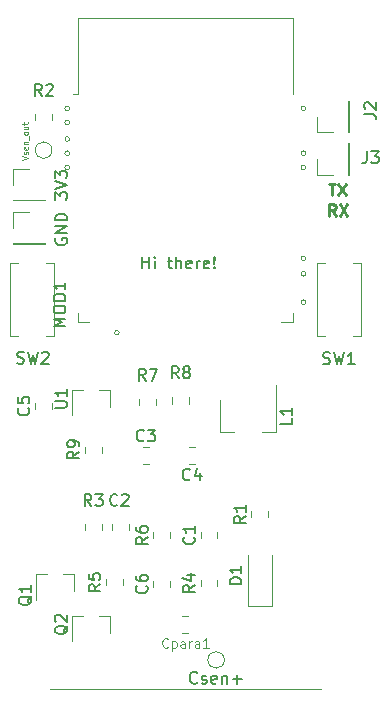
<source format=gbr>
G04 #@! TF.GenerationSoftware,KiCad,Pcbnew,(5.1.5)-3*
G04 #@! TF.CreationDate,2021-04-09T15:24:42+08:00*
G04 #@! TF.ProjectId,parasite,70617261-7369-4746-952e-6b696361645f,1.1.0*
G04 #@! TF.SameCoordinates,Original*
G04 #@! TF.FileFunction,Legend,Top*
G04 #@! TF.FilePolarity,Positive*
%FSLAX46Y46*%
G04 Gerber Fmt 4.6, Leading zero omitted, Abs format (unit mm)*
G04 Created by KiCad (PCBNEW (5.1.5)-3) date 2021-04-09 15:24:42*
%MOMM*%
%LPD*%
G04 APERTURE LIST*
%ADD10C,0.250000*%
%ADD11C,0.150000*%
%ADD12C,0.120000*%
%ADD13C,0.125000*%
G04 APERTURE END LIST*
D10*
X130122308Y-56166388D02*
X130693736Y-56166388D01*
X130408022Y-57166388D02*
X130408022Y-56166388D01*
X130931832Y-56166388D02*
X131598498Y-57166388D01*
X131598498Y-56166388D02*
X130931832Y-57166388D01*
X130717546Y-58916388D02*
X130384213Y-58440198D01*
X130146117Y-58916388D02*
X130146117Y-57916388D01*
X130527070Y-57916388D01*
X130622308Y-57964008D01*
X130669927Y-58011627D01*
X130717546Y-58106865D01*
X130717546Y-58249722D01*
X130669927Y-58344960D01*
X130622308Y-58392579D01*
X130527070Y-58440198D01*
X130146117Y-58440198D01*
X131050879Y-57916388D02*
X131717546Y-58916388D01*
X131717546Y-57916388D02*
X131050879Y-58916388D01*
D11*
X114352380Y-63352380D02*
X114352380Y-62352380D01*
X114352380Y-62828571D02*
X114923809Y-62828571D01*
X114923809Y-63352380D02*
X114923809Y-62352380D01*
X115400000Y-63352380D02*
X115400000Y-62685714D01*
X115400000Y-62352380D02*
X115352380Y-62400000D01*
X115400000Y-62447619D01*
X115447619Y-62400000D01*
X115400000Y-62352380D01*
X115400000Y-62447619D01*
X116495238Y-62685714D02*
X116876190Y-62685714D01*
X116638095Y-62352380D02*
X116638095Y-63209523D01*
X116685714Y-63304761D01*
X116780952Y-63352380D01*
X116876190Y-63352380D01*
X117209523Y-63352380D02*
X117209523Y-62352380D01*
X117638095Y-63352380D02*
X117638095Y-62828571D01*
X117590476Y-62733333D01*
X117495238Y-62685714D01*
X117352380Y-62685714D01*
X117257142Y-62733333D01*
X117209523Y-62780952D01*
X118495238Y-63304761D02*
X118400000Y-63352380D01*
X118209523Y-63352380D01*
X118114285Y-63304761D01*
X118066666Y-63209523D01*
X118066666Y-62828571D01*
X118114285Y-62733333D01*
X118209523Y-62685714D01*
X118400000Y-62685714D01*
X118495238Y-62733333D01*
X118542857Y-62828571D01*
X118542857Y-62923809D01*
X118066666Y-63019047D01*
X118971428Y-63352380D02*
X118971428Y-62685714D01*
X118971428Y-62876190D02*
X119019047Y-62780952D01*
X119066666Y-62733333D01*
X119161904Y-62685714D01*
X119257142Y-62685714D01*
X119971428Y-63304761D02*
X119876190Y-63352380D01*
X119685714Y-63352380D01*
X119590476Y-63304761D01*
X119542857Y-63209523D01*
X119542857Y-62828571D01*
X119590476Y-62733333D01*
X119685714Y-62685714D01*
X119876190Y-62685714D01*
X119971428Y-62733333D01*
X120019047Y-62828571D01*
X120019047Y-62923809D01*
X119542857Y-63019047D01*
X120447619Y-63257142D02*
X120495238Y-63304761D01*
X120447619Y-63352380D01*
X120400000Y-63304761D01*
X120447619Y-63257142D01*
X120447619Y-63352380D01*
X120447619Y-62971428D02*
X120400000Y-62400000D01*
X120447619Y-62352380D01*
X120495238Y-62400000D01*
X120447619Y-62971428D01*
X120447619Y-62352380D01*
D12*
X128200000Y-62500000D02*
G75*
G03X128200000Y-62500000I-200000J0D01*
G01*
X108200000Y-54800000D02*
G75*
G03X108200000Y-54800000I-200000J0D01*
G01*
X108200000Y-49800000D02*
G75*
G03X108200000Y-49800000I-200000J0D01*
G01*
X108200000Y-51000000D02*
G75*
G03X108200000Y-51000000I-200000J0D01*
G01*
X108200000Y-52400000D02*
G75*
G03X108200000Y-52400000I-200000J0D01*
G01*
X108200000Y-53600000D02*
G75*
G03X108200000Y-53600000I-200000J0D01*
G01*
X112400000Y-68800000D02*
G75*
G03X112400000Y-68800000I-200000J0D01*
G01*
X128200000Y-66200000D02*
G75*
G03X128200000Y-66200000I-200000J0D01*
G01*
X128200000Y-63800000D02*
G75*
G03X128200000Y-63800000I-200000J0D01*
G01*
X128200000Y-54800000D02*
G75*
G03X128200000Y-54800000I-200000J0D01*
G01*
X128200000Y-53600000D02*
G75*
G03X128200000Y-53600000I-200000J0D01*
G01*
X128200000Y-49800000D02*
G75*
G03X128200000Y-49800000I-200000J0D01*
G01*
X106500000Y-99000000D02*
X129500000Y-99000000D01*
X132850000Y-69100000D02*
X132850000Y-62900000D01*
X129150000Y-62900000D02*
X129150000Y-69100000D01*
X129150000Y-69100000D02*
X129800000Y-69100000D01*
X132200000Y-69100000D02*
X132850000Y-69100000D01*
X132850000Y-62900000D02*
X132200000Y-62900000D01*
X129150000Y-62900000D02*
X129800000Y-62900000D01*
X106850000Y-69100000D02*
X106850000Y-62900000D01*
X103150000Y-62900000D02*
X103150000Y-69100000D01*
X103150000Y-69100000D02*
X103800000Y-69100000D01*
X106200000Y-69100000D02*
X106850000Y-69100000D01*
X106850000Y-62900000D02*
X106200000Y-62900000D01*
X103150000Y-62900000D02*
X103800000Y-62900000D01*
X108880000Y-67100000D02*
X108880000Y-67880000D01*
X108880000Y-67880000D02*
X109880000Y-67880000D01*
X127120000Y-67100000D02*
X127120000Y-67880000D01*
X127120000Y-67880000D02*
X126120000Y-67880000D01*
X108880000Y-42135000D02*
X127120000Y-42135000D01*
X127120000Y-42135000D02*
X127120000Y-48555000D01*
X108880000Y-42135000D02*
X108880000Y-48555000D01*
X108880000Y-48555000D02*
X108500000Y-48555000D01*
X103420000Y-58614000D02*
X104750000Y-58614000D01*
X103420000Y-59944000D02*
X103420000Y-58614000D01*
X103420000Y-61214000D02*
X106080000Y-61214000D01*
X106080000Y-61214000D02*
X106080000Y-61274000D01*
X103420000Y-61214000D02*
X103420000Y-61274000D01*
X103420000Y-61274000D02*
X106080000Y-61274000D01*
X103420000Y-54920000D02*
X104750000Y-54920000D01*
X103420000Y-56250000D02*
X103420000Y-54920000D01*
X103420000Y-57520000D02*
X106080000Y-57520000D01*
X106080000Y-57520000D02*
X106080000Y-57580000D01*
X103420000Y-57520000D02*
X103420000Y-57580000D01*
X103420000Y-57580000D02*
X106080000Y-57580000D01*
X129170000Y-55432000D02*
X129170000Y-54102000D01*
X130500000Y-55432000D02*
X129170000Y-55432000D01*
X131770000Y-55432000D02*
X131770000Y-52772000D01*
X131770000Y-52772000D02*
X131830000Y-52772000D01*
X131770000Y-55432000D02*
X131830000Y-55432000D01*
X131830000Y-55432000D02*
X131830000Y-52772000D01*
X129170000Y-51830000D02*
X129170000Y-50500000D01*
X130500000Y-51830000D02*
X129170000Y-51830000D01*
X131770000Y-51830000D02*
X131770000Y-49170000D01*
X131770000Y-49170000D02*
X131830000Y-49170000D01*
X131770000Y-51830000D02*
X131830000Y-51830000D01*
X131830000Y-51830000D02*
X131830000Y-49170000D01*
X116890000Y-74278922D02*
X116890000Y-74796078D01*
X118310000Y-74278922D02*
X118310000Y-74796078D01*
X115510000Y-74921078D02*
X115510000Y-74403922D01*
X114090000Y-74921078D02*
X114090000Y-74403922D01*
X111580000Y-92740000D02*
X111580000Y-94200000D01*
X108420000Y-92740000D02*
X108420000Y-94900000D01*
X108420000Y-92740000D02*
X109350000Y-92740000D01*
X111580000Y-92740000D02*
X110650000Y-92740000D01*
X108530000Y-89240000D02*
X108530000Y-90700000D01*
X105370000Y-89240000D02*
X105370000Y-91400000D01*
X105370000Y-89240000D02*
X106300000Y-89240000D01*
X108530000Y-89240000D02*
X107600000Y-89240000D01*
X117741422Y-94210000D02*
X118258578Y-94210000D01*
X117741422Y-92790000D02*
X118258578Y-92790000D01*
X120710000Y-86196078D02*
X120710000Y-85678922D01*
X119290000Y-86196078D02*
X119290000Y-85678922D01*
X113247500Y-85003922D02*
X113247500Y-85521078D01*
X111827500Y-85003922D02*
X111827500Y-85521078D01*
X114403922Y-78490000D02*
X114921078Y-78490000D01*
X114403922Y-79910000D02*
X114921078Y-79910000D01*
X118821078Y-78490000D02*
X118303922Y-78490000D01*
X118821078Y-79910000D02*
X118303922Y-79910000D01*
X123300000Y-87600000D02*
X123300000Y-91900000D01*
X123300000Y-91900000D02*
X125300000Y-91900000D01*
X125300000Y-91900000D02*
X125300000Y-87600000D01*
X122100000Y-77200000D02*
X120900000Y-77200000D01*
X120900000Y-77200000D02*
X120900000Y-74500000D01*
X125700000Y-73200000D02*
X125700000Y-77200000D01*
X125700000Y-77200000D02*
X124500000Y-77200000D01*
X125010000Y-84421078D02*
X125010000Y-83903922D01*
X123590000Y-84421078D02*
X123590000Y-83903922D01*
X106710000Y-50287422D02*
X106710000Y-50804578D01*
X105290000Y-50287422D02*
X105290000Y-50804578D01*
X110910000Y-85003922D02*
X110910000Y-85521078D01*
X109490000Y-85003922D02*
X109490000Y-85521078D01*
X120710000Y-90258578D02*
X120710000Y-89741422D01*
X119290000Y-90258578D02*
X119290000Y-89741422D01*
X112710000Y-90196078D02*
X112710000Y-89678922D01*
X111290000Y-90196078D02*
X111290000Y-89678922D01*
X115290000Y-86196078D02*
X115290000Y-85678922D01*
X116710000Y-86196078D02*
X116710000Y-85678922D01*
X121300000Y-96500000D02*
G75*
G03X121300000Y-96500000I-700000J0D01*
G01*
X106700000Y-53340000D02*
G75*
G03X106700000Y-53340000I-700000J0D01*
G01*
X115290000Y-90321078D02*
X115290000Y-89803922D01*
X116710000Y-90321078D02*
X116710000Y-89803922D01*
X105290000Y-75258578D02*
X105290000Y-74741422D01*
X106710000Y-75258578D02*
X106710000Y-74741422D01*
X109490000Y-78958578D02*
X109490000Y-78441422D01*
X110910000Y-78958578D02*
X110910000Y-78441422D01*
X111580000Y-73640000D02*
X110650000Y-73640000D01*
X108420000Y-73640000D02*
X109350000Y-73640000D01*
X108420000Y-73640000D02*
X108420000Y-75800000D01*
X111580000Y-73640000D02*
X111580000Y-75100000D01*
D11*
X129666666Y-71404761D02*
X129809523Y-71452380D01*
X130047619Y-71452380D01*
X130142857Y-71404761D01*
X130190476Y-71357142D01*
X130238095Y-71261904D01*
X130238095Y-71166666D01*
X130190476Y-71071428D01*
X130142857Y-71023809D01*
X130047619Y-70976190D01*
X129857142Y-70928571D01*
X129761904Y-70880952D01*
X129714285Y-70833333D01*
X129666666Y-70738095D01*
X129666666Y-70642857D01*
X129714285Y-70547619D01*
X129761904Y-70500000D01*
X129857142Y-70452380D01*
X130095238Y-70452380D01*
X130238095Y-70500000D01*
X130571428Y-70452380D02*
X130809523Y-71452380D01*
X131000000Y-70738095D01*
X131190476Y-71452380D01*
X131428571Y-70452380D01*
X132333333Y-71452380D02*
X131761904Y-71452380D01*
X132047619Y-71452380D02*
X132047619Y-70452380D01*
X131952380Y-70595238D01*
X131857142Y-70690476D01*
X131761904Y-70738095D01*
X103764666Y-71364761D02*
X103907523Y-71412380D01*
X104145619Y-71412380D01*
X104240857Y-71364761D01*
X104288476Y-71317142D01*
X104336095Y-71221904D01*
X104336095Y-71126666D01*
X104288476Y-71031428D01*
X104240857Y-70983809D01*
X104145619Y-70936190D01*
X103955142Y-70888571D01*
X103859904Y-70840952D01*
X103812285Y-70793333D01*
X103764666Y-70698095D01*
X103764666Y-70602857D01*
X103812285Y-70507619D01*
X103859904Y-70460000D01*
X103955142Y-70412380D01*
X104193238Y-70412380D01*
X104336095Y-70460000D01*
X104669428Y-70412380D02*
X104907523Y-71412380D01*
X105098000Y-70698095D01*
X105288476Y-71412380D01*
X105526571Y-70412380D01*
X105859904Y-70507619D02*
X105907523Y-70460000D01*
X106002761Y-70412380D01*
X106240857Y-70412380D01*
X106336095Y-70460000D01*
X106383714Y-70507619D01*
X106431333Y-70602857D01*
X106431333Y-70698095D01*
X106383714Y-70840952D01*
X105812285Y-71412380D01*
X106431333Y-71412380D01*
X107842380Y-68263333D02*
X106842380Y-68263333D01*
X107556666Y-67930000D01*
X106842380Y-67596666D01*
X107842380Y-67596666D01*
X106842380Y-66930000D02*
X106842380Y-66739523D01*
X106890000Y-66644285D01*
X106985238Y-66549047D01*
X107175714Y-66501428D01*
X107509047Y-66501428D01*
X107699523Y-66549047D01*
X107794761Y-66644285D01*
X107842380Y-66739523D01*
X107842380Y-66930000D01*
X107794761Y-67025238D01*
X107699523Y-67120476D01*
X107509047Y-67168095D01*
X107175714Y-67168095D01*
X106985238Y-67120476D01*
X106890000Y-67025238D01*
X106842380Y-66930000D01*
X107842380Y-66072857D02*
X106842380Y-66072857D01*
X106842380Y-65834761D01*
X106890000Y-65691904D01*
X106985238Y-65596666D01*
X107080476Y-65549047D01*
X107270952Y-65501428D01*
X107413809Y-65501428D01*
X107604285Y-65549047D01*
X107699523Y-65596666D01*
X107794761Y-65691904D01*
X107842380Y-65834761D01*
X107842380Y-66072857D01*
X107842380Y-64549047D02*
X107842380Y-65120476D01*
X107842380Y-64834761D02*
X106842380Y-64834761D01*
X106985238Y-64930000D01*
X107080476Y-65025238D01*
X107128095Y-65120476D01*
X107036313Y-60807923D02*
X106988693Y-60903161D01*
X106988693Y-61046019D01*
X107036313Y-61188876D01*
X107131551Y-61284114D01*
X107226789Y-61331733D01*
X107417265Y-61379352D01*
X107560122Y-61379352D01*
X107750598Y-61331733D01*
X107845836Y-61284114D01*
X107941074Y-61188876D01*
X107988693Y-61046019D01*
X107988693Y-60950780D01*
X107941074Y-60807923D01*
X107893455Y-60760304D01*
X107560122Y-60760304D01*
X107560122Y-60950780D01*
X107988693Y-60331733D02*
X106988693Y-60331733D01*
X107988693Y-59760304D01*
X106988693Y-59760304D01*
X107988693Y-59284114D02*
X106988693Y-59284114D01*
X106988693Y-59046019D01*
X107036313Y-58903161D01*
X107131551Y-58807923D01*
X107226789Y-58760304D01*
X107417265Y-58712685D01*
X107560122Y-58712685D01*
X107750598Y-58760304D01*
X107845836Y-58807923D01*
X107941074Y-58903161D01*
X107988693Y-59046019D01*
X107988693Y-59284114D01*
X106963848Y-57518744D02*
X106963848Y-56899696D01*
X107344801Y-57233029D01*
X107344801Y-57090172D01*
X107392420Y-56994934D01*
X107440039Y-56947315D01*
X107535277Y-56899696D01*
X107773372Y-56899696D01*
X107868610Y-56947315D01*
X107916229Y-56994934D01*
X107963848Y-57090172D01*
X107963848Y-57375887D01*
X107916229Y-57471125D01*
X107868610Y-57518744D01*
X106963848Y-56613982D02*
X107963848Y-56280649D01*
X106963848Y-55947315D01*
X106963848Y-55709220D02*
X106963848Y-55090172D01*
X107344801Y-55423506D01*
X107344801Y-55280649D01*
X107392420Y-55185410D01*
X107440039Y-55137791D01*
X107535277Y-55090172D01*
X107773372Y-55090172D01*
X107868610Y-55137791D01*
X107916229Y-55185410D01*
X107963848Y-55280649D01*
X107963848Y-55566363D01*
X107916229Y-55661601D01*
X107868610Y-55709220D01*
X133356666Y-53452380D02*
X133356666Y-54166666D01*
X133309047Y-54309523D01*
X133213809Y-54404761D01*
X133070952Y-54452380D01*
X132975714Y-54452380D01*
X133737619Y-53452380D02*
X134356666Y-53452380D01*
X134023333Y-53833333D01*
X134166190Y-53833333D01*
X134261428Y-53880952D01*
X134309047Y-53928571D01*
X134356666Y-54023809D01*
X134356666Y-54261904D01*
X134309047Y-54357142D01*
X134261428Y-54404761D01*
X134166190Y-54452380D01*
X133880476Y-54452380D01*
X133785238Y-54404761D01*
X133737619Y-54357142D01*
X133142380Y-50287333D02*
X133856666Y-50287333D01*
X133999523Y-50334952D01*
X134094761Y-50430190D01*
X134142380Y-50573047D01*
X134142380Y-50668285D01*
X133237619Y-49858761D02*
X133190000Y-49811142D01*
X133142380Y-49715904D01*
X133142380Y-49477809D01*
X133190000Y-49382571D01*
X133237619Y-49334952D01*
X133332857Y-49287333D01*
X133428095Y-49287333D01*
X133570952Y-49334952D01*
X134142380Y-49906380D01*
X134142380Y-49287333D01*
X117433333Y-72652380D02*
X117100000Y-72176190D01*
X116861904Y-72652380D02*
X116861904Y-71652380D01*
X117242857Y-71652380D01*
X117338095Y-71700000D01*
X117385714Y-71747619D01*
X117433333Y-71842857D01*
X117433333Y-71985714D01*
X117385714Y-72080952D01*
X117338095Y-72128571D01*
X117242857Y-72176190D01*
X116861904Y-72176190D01*
X118004761Y-72080952D02*
X117909523Y-72033333D01*
X117861904Y-71985714D01*
X117814285Y-71890476D01*
X117814285Y-71842857D01*
X117861904Y-71747619D01*
X117909523Y-71700000D01*
X118004761Y-71652380D01*
X118195238Y-71652380D01*
X118290476Y-71700000D01*
X118338095Y-71747619D01*
X118385714Y-71842857D01*
X118385714Y-71890476D01*
X118338095Y-71985714D01*
X118290476Y-72033333D01*
X118195238Y-72080952D01*
X118004761Y-72080952D01*
X117909523Y-72128571D01*
X117861904Y-72176190D01*
X117814285Y-72271428D01*
X117814285Y-72461904D01*
X117861904Y-72557142D01*
X117909523Y-72604761D01*
X118004761Y-72652380D01*
X118195238Y-72652380D01*
X118290476Y-72604761D01*
X118338095Y-72557142D01*
X118385714Y-72461904D01*
X118385714Y-72271428D01*
X118338095Y-72176190D01*
X118290476Y-72128571D01*
X118195238Y-72080952D01*
X114633333Y-72852380D02*
X114300000Y-72376190D01*
X114061904Y-72852380D02*
X114061904Y-71852380D01*
X114442857Y-71852380D01*
X114538095Y-71900000D01*
X114585714Y-71947619D01*
X114633333Y-72042857D01*
X114633333Y-72185714D01*
X114585714Y-72280952D01*
X114538095Y-72328571D01*
X114442857Y-72376190D01*
X114061904Y-72376190D01*
X114966666Y-71852380D02*
X115633333Y-71852380D01*
X115204761Y-72852380D01*
X108047619Y-93595238D02*
X108000000Y-93690476D01*
X107904761Y-93785714D01*
X107761904Y-93928571D01*
X107714285Y-94023809D01*
X107714285Y-94119047D01*
X107952380Y-94071428D02*
X107904761Y-94166666D01*
X107809523Y-94261904D01*
X107619047Y-94309523D01*
X107285714Y-94309523D01*
X107095238Y-94261904D01*
X107000000Y-94166666D01*
X106952380Y-94071428D01*
X106952380Y-93880952D01*
X107000000Y-93785714D01*
X107095238Y-93690476D01*
X107285714Y-93642857D01*
X107619047Y-93642857D01*
X107809523Y-93690476D01*
X107904761Y-93785714D01*
X107952380Y-93880952D01*
X107952380Y-94071428D01*
X107047619Y-93261904D02*
X107000000Y-93214285D01*
X106952380Y-93119047D01*
X106952380Y-92880952D01*
X107000000Y-92785714D01*
X107047619Y-92738095D01*
X107142857Y-92690476D01*
X107238095Y-92690476D01*
X107380952Y-92738095D01*
X107952380Y-93309523D01*
X107952380Y-92690476D01*
X104997619Y-91095238D02*
X104950000Y-91190476D01*
X104854761Y-91285714D01*
X104711904Y-91428571D01*
X104664285Y-91523809D01*
X104664285Y-91619047D01*
X104902380Y-91571428D02*
X104854761Y-91666666D01*
X104759523Y-91761904D01*
X104569047Y-91809523D01*
X104235714Y-91809523D01*
X104045238Y-91761904D01*
X103950000Y-91666666D01*
X103902380Y-91571428D01*
X103902380Y-91380952D01*
X103950000Y-91285714D01*
X104045238Y-91190476D01*
X104235714Y-91142857D01*
X104569047Y-91142857D01*
X104759523Y-91190476D01*
X104854761Y-91285714D01*
X104902380Y-91380952D01*
X104902380Y-91571428D01*
X104902380Y-90190476D02*
X104902380Y-90761904D01*
X104902380Y-90476190D02*
X103902380Y-90476190D01*
X104045238Y-90571428D01*
X104140476Y-90666666D01*
X104188095Y-90761904D01*
D12*
X116533333Y-95385714D02*
X116495238Y-95423809D01*
X116380952Y-95461904D01*
X116304761Y-95461904D01*
X116190476Y-95423809D01*
X116114285Y-95347619D01*
X116076190Y-95271428D01*
X116038095Y-95119047D01*
X116038095Y-95004761D01*
X116076190Y-94852380D01*
X116114285Y-94776190D01*
X116190476Y-94700000D01*
X116304761Y-94661904D01*
X116380952Y-94661904D01*
X116495238Y-94700000D01*
X116533333Y-94738095D01*
X116876190Y-94928571D02*
X116876190Y-95728571D01*
X116876190Y-94966666D02*
X116952380Y-94928571D01*
X117104761Y-94928571D01*
X117180952Y-94966666D01*
X117219047Y-95004761D01*
X117257142Y-95080952D01*
X117257142Y-95309523D01*
X117219047Y-95385714D01*
X117180952Y-95423809D01*
X117104761Y-95461904D01*
X116952380Y-95461904D01*
X116876190Y-95423809D01*
X117942857Y-95461904D02*
X117942857Y-95042857D01*
X117904761Y-94966666D01*
X117828571Y-94928571D01*
X117676190Y-94928571D01*
X117600000Y-94966666D01*
X117942857Y-95423809D02*
X117866666Y-95461904D01*
X117676190Y-95461904D01*
X117600000Y-95423809D01*
X117561904Y-95347619D01*
X117561904Y-95271428D01*
X117600000Y-95195238D01*
X117676190Y-95157142D01*
X117866666Y-95157142D01*
X117942857Y-95119047D01*
X118323809Y-95461904D02*
X118323809Y-94928571D01*
X118323809Y-95080952D02*
X118361904Y-95004761D01*
X118400000Y-94966666D01*
X118476190Y-94928571D01*
X118552380Y-94928571D01*
X119161904Y-95461904D02*
X119161904Y-95042857D01*
X119123809Y-94966666D01*
X119047619Y-94928571D01*
X118895238Y-94928571D01*
X118819047Y-94966666D01*
X119161904Y-95423809D02*
X119085714Y-95461904D01*
X118895238Y-95461904D01*
X118819047Y-95423809D01*
X118780952Y-95347619D01*
X118780952Y-95271428D01*
X118819047Y-95195238D01*
X118895238Y-95157142D01*
X119085714Y-95157142D01*
X119161904Y-95119047D01*
X119961904Y-95461904D02*
X119504761Y-95461904D01*
X119733333Y-95461904D02*
X119733333Y-94661904D01*
X119657142Y-94776190D01*
X119580952Y-94852380D01*
X119504761Y-94890476D01*
D11*
X118707142Y-86104166D02*
X118754761Y-86151785D01*
X118802380Y-86294642D01*
X118802380Y-86389880D01*
X118754761Y-86532738D01*
X118659523Y-86627976D01*
X118564285Y-86675595D01*
X118373809Y-86723214D01*
X118230952Y-86723214D01*
X118040476Y-86675595D01*
X117945238Y-86627976D01*
X117850000Y-86532738D01*
X117802380Y-86389880D01*
X117802380Y-86294642D01*
X117850000Y-86151785D01*
X117897619Y-86104166D01*
X118802380Y-85151785D02*
X118802380Y-85723214D01*
X118802380Y-85437500D02*
X117802380Y-85437500D01*
X117945238Y-85532738D01*
X118040476Y-85627976D01*
X118088095Y-85723214D01*
X112233333Y-83357142D02*
X112185714Y-83404761D01*
X112042857Y-83452380D01*
X111947619Y-83452380D01*
X111804761Y-83404761D01*
X111709523Y-83309523D01*
X111661904Y-83214285D01*
X111614285Y-83023809D01*
X111614285Y-82880952D01*
X111661904Y-82690476D01*
X111709523Y-82595238D01*
X111804761Y-82500000D01*
X111947619Y-82452380D01*
X112042857Y-82452380D01*
X112185714Y-82500000D01*
X112233333Y-82547619D01*
X112614285Y-82547619D02*
X112661904Y-82500000D01*
X112757142Y-82452380D01*
X112995238Y-82452380D01*
X113090476Y-82500000D01*
X113138095Y-82547619D01*
X113185714Y-82642857D01*
X113185714Y-82738095D01*
X113138095Y-82880952D01*
X112566666Y-83452380D01*
X113185714Y-83452380D01*
X114495833Y-77907142D02*
X114448214Y-77954761D01*
X114305357Y-78002380D01*
X114210119Y-78002380D01*
X114067261Y-77954761D01*
X113972023Y-77859523D01*
X113924404Y-77764285D01*
X113876785Y-77573809D01*
X113876785Y-77430952D01*
X113924404Y-77240476D01*
X113972023Y-77145238D01*
X114067261Y-77050000D01*
X114210119Y-77002380D01*
X114305357Y-77002380D01*
X114448214Y-77050000D01*
X114495833Y-77097619D01*
X114829166Y-77002380D02*
X115448214Y-77002380D01*
X115114880Y-77383333D01*
X115257738Y-77383333D01*
X115352976Y-77430952D01*
X115400595Y-77478571D01*
X115448214Y-77573809D01*
X115448214Y-77811904D01*
X115400595Y-77907142D01*
X115352976Y-77954761D01*
X115257738Y-78002380D01*
X114972023Y-78002380D01*
X114876785Y-77954761D01*
X114829166Y-77907142D01*
X118395833Y-81207142D02*
X118348214Y-81254761D01*
X118205357Y-81302380D01*
X118110119Y-81302380D01*
X117967261Y-81254761D01*
X117872023Y-81159523D01*
X117824404Y-81064285D01*
X117776785Y-80873809D01*
X117776785Y-80730952D01*
X117824404Y-80540476D01*
X117872023Y-80445238D01*
X117967261Y-80350000D01*
X118110119Y-80302380D01*
X118205357Y-80302380D01*
X118348214Y-80350000D01*
X118395833Y-80397619D01*
X119252976Y-80635714D02*
X119252976Y-81302380D01*
X119014880Y-80254761D02*
X118776785Y-80969047D01*
X119395833Y-80969047D01*
X122752380Y-90088095D02*
X121752380Y-90088095D01*
X121752380Y-89850000D01*
X121800000Y-89707142D01*
X121895238Y-89611904D01*
X121990476Y-89564285D01*
X122180952Y-89516666D01*
X122323809Y-89516666D01*
X122514285Y-89564285D01*
X122609523Y-89611904D01*
X122704761Y-89707142D01*
X122752380Y-89850000D01*
X122752380Y-90088095D01*
X122752380Y-88564285D02*
X122752380Y-89135714D01*
X122752380Y-88850000D02*
X121752380Y-88850000D01*
X121895238Y-88945238D01*
X121990476Y-89040476D01*
X122038095Y-89135714D01*
X127052380Y-76036666D02*
X127052380Y-76512857D01*
X126052380Y-76512857D01*
X127052380Y-75179523D02*
X127052380Y-75750952D01*
X127052380Y-75465238D02*
X126052380Y-75465238D01*
X126195238Y-75560476D01*
X126290476Y-75655714D01*
X126338095Y-75750952D01*
X123102380Y-84329166D02*
X122626190Y-84662500D01*
X123102380Y-84900595D02*
X122102380Y-84900595D01*
X122102380Y-84519642D01*
X122150000Y-84424404D01*
X122197619Y-84376785D01*
X122292857Y-84329166D01*
X122435714Y-84329166D01*
X122530952Y-84376785D01*
X122578571Y-84424404D01*
X122626190Y-84519642D01*
X122626190Y-84900595D01*
X123102380Y-83376785D02*
X123102380Y-83948214D01*
X123102380Y-83662500D02*
X122102380Y-83662500D01*
X122245238Y-83757738D01*
X122340476Y-83852976D01*
X122388095Y-83948214D01*
X105833333Y-48735880D02*
X105500000Y-48259690D01*
X105261904Y-48735880D02*
X105261904Y-47735880D01*
X105642857Y-47735880D01*
X105738095Y-47783500D01*
X105785714Y-47831119D01*
X105833333Y-47926357D01*
X105833333Y-48069214D01*
X105785714Y-48164452D01*
X105738095Y-48212071D01*
X105642857Y-48259690D01*
X105261904Y-48259690D01*
X106214285Y-47831119D02*
X106261904Y-47783500D01*
X106357142Y-47735880D01*
X106595238Y-47735880D01*
X106690476Y-47783500D01*
X106738095Y-47831119D01*
X106785714Y-47926357D01*
X106785714Y-48021595D01*
X106738095Y-48164452D01*
X106166666Y-48735880D01*
X106785714Y-48735880D01*
X110033333Y-83452380D02*
X109700000Y-82976190D01*
X109461904Y-83452380D02*
X109461904Y-82452380D01*
X109842857Y-82452380D01*
X109938095Y-82500000D01*
X109985714Y-82547619D01*
X110033333Y-82642857D01*
X110033333Y-82785714D01*
X109985714Y-82880952D01*
X109938095Y-82928571D01*
X109842857Y-82976190D01*
X109461904Y-82976190D01*
X110366666Y-82452380D02*
X110985714Y-82452380D01*
X110652380Y-82833333D01*
X110795238Y-82833333D01*
X110890476Y-82880952D01*
X110938095Y-82928571D01*
X110985714Y-83023809D01*
X110985714Y-83261904D01*
X110938095Y-83357142D01*
X110890476Y-83404761D01*
X110795238Y-83452380D01*
X110509523Y-83452380D01*
X110414285Y-83404761D01*
X110366666Y-83357142D01*
X118802380Y-90166666D02*
X118326190Y-90500000D01*
X118802380Y-90738095D02*
X117802380Y-90738095D01*
X117802380Y-90357142D01*
X117850000Y-90261904D01*
X117897619Y-90214285D01*
X117992857Y-90166666D01*
X118135714Y-90166666D01*
X118230952Y-90214285D01*
X118278571Y-90261904D01*
X118326190Y-90357142D01*
X118326190Y-90738095D01*
X118135714Y-89309523D02*
X118802380Y-89309523D01*
X117754761Y-89547619D02*
X118469047Y-89785714D01*
X118469047Y-89166666D01*
X110802380Y-90104166D02*
X110326190Y-90437500D01*
X110802380Y-90675595D02*
X109802380Y-90675595D01*
X109802380Y-90294642D01*
X109850000Y-90199404D01*
X109897619Y-90151785D01*
X109992857Y-90104166D01*
X110135714Y-90104166D01*
X110230952Y-90151785D01*
X110278571Y-90199404D01*
X110326190Y-90294642D01*
X110326190Y-90675595D01*
X109802380Y-89199404D02*
X109802380Y-89675595D01*
X110278571Y-89723214D01*
X110230952Y-89675595D01*
X110183333Y-89580357D01*
X110183333Y-89342261D01*
X110230952Y-89247023D01*
X110278571Y-89199404D01*
X110373809Y-89151785D01*
X110611904Y-89151785D01*
X110707142Y-89199404D01*
X110754761Y-89247023D01*
X110802380Y-89342261D01*
X110802380Y-89580357D01*
X110754761Y-89675595D01*
X110707142Y-89723214D01*
X114802380Y-86104166D02*
X114326190Y-86437500D01*
X114802380Y-86675595D02*
X113802380Y-86675595D01*
X113802380Y-86294642D01*
X113850000Y-86199404D01*
X113897619Y-86151785D01*
X113992857Y-86104166D01*
X114135714Y-86104166D01*
X114230952Y-86151785D01*
X114278571Y-86199404D01*
X114326190Y-86294642D01*
X114326190Y-86675595D01*
X113802380Y-85247023D02*
X113802380Y-85437500D01*
X113850000Y-85532738D01*
X113897619Y-85580357D01*
X114040476Y-85675595D01*
X114230952Y-85723214D01*
X114611904Y-85723214D01*
X114707142Y-85675595D01*
X114754761Y-85627976D01*
X114802380Y-85532738D01*
X114802380Y-85342261D01*
X114754761Y-85247023D01*
X114707142Y-85199404D01*
X114611904Y-85151785D01*
X114373809Y-85151785D01*
X114278571Y-85199404D01*
X114230952Y-85247023D01*
X114183333Y-85342261D01*
X114183333Y-85532738D01*
X114230952Y-85627976D01*
X114278571Y-85675595D01*
X114373809Y-85723214D01*
X119004761Y-98407142D02*
X118957142Y-98454761D01*
X118814285Y-98502380D01*
X118719047Y-98502380D01*
X118576190Y-98454761D01*
X118480952Y-98359523D01*
X118433333Y-98264285D01*
X118385714Y-98073809D01*
X118385714Y-97930952D01*
X118433333Y-97740476D01*
X118480952Y-97645238D01*
X118576190Y-97550000D01*
X118719047Y-97502380D01*
X118814285Y-97502380D01*
X118957142Y-97550000D01*
X119004761Y-97597619D01*
X119385714Y-98454761D02*
X119480952Y-98502380D01*
X119671428Y-98502380D01*
X119766666Y-98454761D01*
X119814285Y-98359523D01*
X119814285Y-98311904D01*
X119766666Y-98216666D01*
X119671428Y-98169047D01*
X119528571Y-98169047D01*
X119433333Y-98121428D01*
X119385714Y-98026190D01*
X119385714Y-97978571D01*
X119433333Y-97883333D01*
X119528571Y-97835714D01*
X119671428Y-97835714D01*
X119766666Y-97883333D01*
X120623809Y-98454761D02*
X120528571Y-98502380D01*
X120338095Y-98502380D01*
X120242857Y-98454761D01*
X120195238Y-98359523D01*
X120195238Y-97978571D01*
X120242857Y-97883333D01*
X120338095Y-97835714D01*
X120528571Y-97835714D01*
X120623809Y-97883333D01*
X120671428Y-97978571D01*
X120671428Y-98073809D01*
X120195238Y-98169047D01*
X121100000Y-97835714D02*
X121100000Y-98502380D01*
X121100000Y-97930952D02*
X121147619Y-97883333D01*
X121242857Y-97835714D01*
X121385714Y-97835714D01*
X121480952Y-97883333D01*
X121528571Y-97978571D01*
X121528571Y-98502380D01*
X122004761Y-98121428D02*
X122766666Y-98121428D01*
X122385714Y-98502380D02*
X122385714Y-97740476D01*
D13*
X104176190Y-54173238D02*
X104676190Y-54006571D01*
X104176190Y-53839904D01*
X104652380Y-53697047D02*
X104676190Y-53649428D01*
X104676190Y-53554190D01*
X104652380Y-53506571D01*
X104604761Y-53482761D01*
X104580952Y-53482761D01*
X104533333Y-53506571D01*
X104509523Y-53554190D01*
X104509523Y-53625619D01*
X104485714Y-53673238D01*
X104438095Y-53697047D01*
X104414285Y-53697047D01*
X104366666Y-53673238D01*
X104342857Y-53625619D01*
X104342857Y-53554190D01*
X104366666Y-53506571D01*
X104652380Y-53078000D02*
X104676190Y-53125619D01*
X104676190Y-53220857D01*
X104652380Y-53268476D01*
X104604761Y-53292285D01*
X104414285Y-53292285D01*
X104366666Y-53268476D01*
X104342857Y-53220857D01*
X104342857Y-53125619D01*
X104366666Y-53078000D01*
X104414285Y-53054190D01*
X104461904Y-53054190D01*
X104509523Y-53292285D01*
X104342857Y-52839904D02*
X104676190Y-52839904D01*
X104390476Y-52839904D02*
X104366666Y-52816095D01*
X104342857Y-52768476D01*
X104342857Y-52697047D01*
X104366666Y-52649428D01*
X104414285Y-52625619D01*
X104676190Y-52625619D01*
X104723809Y-52506571D02*
X104723809Y-52125619D01*
X104676190Y-51935142D02*
X104652380Y-51982761D01*
X104628571Y-52006571D01*
X104580952Y-52030380D01*
X104438095Y-52030380D01*
X104390476Y-52006571D01*
X104366666Y-51982761D01*
X104342857Y-51935142D01*
X104342857Y-51863714D01*
X104366666Y-51816095D01*
X104390476Y-51792285D01*
X104438095Y-51768476D01*
X104580952Y-51768476D01*
X104628571Y-51792285D01*
X104652380Y-51816095D01*
X104676190Y-51863714D01*
X104676190Y-51935142D01*
X104342857Y-51339904D02*
X104676190Y-51339904D01*
X104342857Y-51554190D02*
X104604761Y-51554190D01*
X104652380Y-51530380D01*
X104676190Y-51482761D01*
X104676190Y-51411333D01*
X104652380Y-51363714D01*
X104628571Y-51339904D01*
X104342857Y-51173238D02*
X104342857Y-50982761D01*
X104176190Y-51101809D02*
X104604761Y-51101809D01*
X104652380Y-51078000D01*
X104676190Y-51030380D01*
X104676190Y-50982761D01*
D11*
X114707142Y-90229166D02*
X114754761Y-90276785D01*
X114802380Y-90419642D01*
X114802380Y-90514880D01*
X114754761Y-90657738D01*
X114659523Y-90752976D01*
X114564285Y-90800595D01*
X114373809Y-90848214D01*
X114230952Y-90848214D01*
X114040476Y-90800595D01*
X113945238Y-90752976D01*
X113850000Y-90657738D01*
X113802380Y-90514880D01*
X113802380Y-90419642D01*
X113850000Y-90276785D01*
X113897619Y-90229166D01*
X113802380Y-89372023D02*
X113802380Y-89562500D01*
X113850000Y-89657738D01*
X113897619Y-89705357D01*
X114040476Y-89800595D01*
X114230952Y-89848214D01*
X114611904Y-89848214D01*
X114707142Y-89800595D01*
X114754761Y-89752976D01*
X114802380Y-89657738D01*
X114802380Y-89467261D01*
X114754761Y-89372023D01*
X114707142Y-89324404D01*
X114611904Y-89276785D01*
X114373809Y-89276785D01*
X114278571Y-89324404D01*
X114230952Y-89372023D01*
X114183333Y-89467261D01*
X114183333Y-89657738D01*
X114230952Y-89752976D01*
X114278571Y-89800595D01*
X114373809Y-89848214D01*
X104707142Y-75166666D02*
X104754761Y-75214285D01*
X104802380Y-75357142D01*
X104802380Y-75452380D01*
X104754761Y-75595238D01*
X104659523Y-75690476D01*
X104564285Y-75738095D01*
X104373809Y-75785714D01*
X104230952Y-75785714D01*
X104040476Y-75738095D01*
X103945238Y-75690476D01*
X103850000Y-75595238D01*
X103802380Y-75452380D01*
X103802380Y-75357142D01*
X103850000Y-75214285D01*
X103897619Y-75166666D01*
X103802380Y-74261904D02*
X103802380Y-74738095D01*
X104278571Y-74785714D01*
X104230952Y-74738095D01*
X104183333Y-74642857D01*
X104183333Y-74404761D01*
X104230952Y-74309523D01*
X104278571Y-74261904D01*
X104373809Y-74214285D01*
X104611904Y-74214285D01*
X104707142Y-74261904D01*
X104754761Y-74309523D01*
X104802380Y-74404761D01*
X104802380Y-74642857D01*
X104754761Y-74738095D01*
X104707142Y-74785714D01*
X109002380Y-78866666D02*
X108526190Y-79200000D01*
X109002380Y-79438095D02*
X108002380Y-79438095D01*
X108002380Y-79057142D01*
X108050000Y-78961904D01*
X108097619Y-78914285D01*
X108192857Y-78866666D01*
X108335714Y-78866666D01*
X108430952Y-78914285D01*
X108478571Y-78961904D01*
X108526190Y-79057142D01*
X108526190Y-79438095D01*
X109002380Y-78390476D02*
X109002380Y-78200000D01*
X108954761Y-78104761D01*
X108907142Y-78057142D01*
X108764285Y-77961904D01*
X108573809Y-77914285D01*
X108192857Y-77914285D01*
X108097619Y-77961904D01*
X108050000Y-78009523D01*
X108002380Y-78104761D01*
X108002380Y-78295238D01*
X108050000Y-78390476D01*
X108097619Y-78438095D01*
X108192857Y-78485714D01*
X108430952Y-78485714D01*
X108526190Y-78438095D01*
X108573809Y-78390476D01*
X108621428Y-78295238D01*
X108621428Y-78104761D01*
X108573809Y-78009523D01*
X108526190Y-77961904D01*
X108430952Y-77914285D01*
X106952380Y-75161904D02*
X107761904Y-75161904D01*
X107857142Y-75114285D01*
X107904761Y-75066666D01*
X107952380Y-74971428D01*
X107952380Y-74780952D01*
X107904761Y-74685714D01*
X107857142Y-74638095D01*
X107761904Y-74590476D01*
X106952380Y-74590476D01*
X107952380Y-73590476D02*
X107952380Y-74161904D01*
X107952380Y-73876190D02*
X106952380Y-73876190D01*
X107095238Y-73971428D01*
X107190476Y-74066666D01*
X107238095Y-74161904D01*
M02*

</source>
